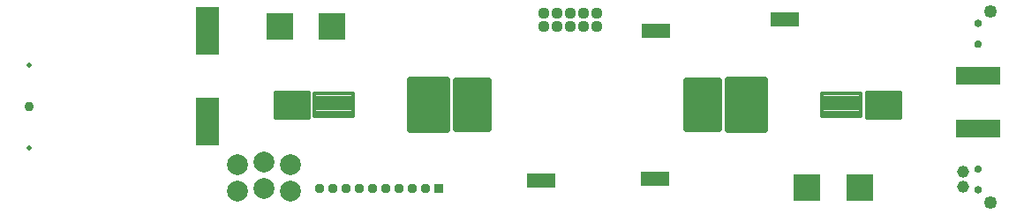
<source format=gbs>
G04 EAGLE Gerber RS-274X export*
G75*
%MOMM*%
%FSLAX34Y34*%
%LPD*%
%INBottom Solder Mask*%
%IPPOS*%
%AMOC8*
5,1,8,0,0,1.08239X$1,22.5*%
G01*
%ADD10C,0.927000*%
%ADD11C,0.477000*%
%ADD12C,2.006600*%
%ADD13R,0.939800X0.939800*%
%ADD14C,0.939800*%
%ADD15R,2.242300X4.542700*%
%ADD16R,2.527000X2.527000*%
%ADD17R,2.667000X1.397000*%
%ADD18C,0.379050*%
%ADD19C,0.484509*%
%ADD20C,0.381778*%
%ADD21C,0.536509*%
%ADD22C,1.127000*%
%ADD23R,4.191000X1.651000*%
%ADD24C,1.177000*%
%ADD25C,1.252000*%

G36*
X930824Y176604D02*
X930824Y176604D01*
X930867Y176617D01*
X930984Y176647D01*
X931675Y176933D01*
X931713Y176957D01*
X931819Y177016D01*
X932412Y177471D01*
X932442Y177504D01*
X932529Y177588D01*
X932984Y178181D01*
X933005Y178221D01*
X933067Y178325D01*
X933353Y179016D01*
X933363Y179060D01*
X933396Y179176D01*
X933494Y179917D01*
X933492Y179962D01*
X933494Y180082D01*
X933397Y180824D01*
X933383Y180867D01*
X933354Y180984D01*
X933068Y181675D01*
X933044Y181713D01*
X932985Y181819D01*
X932530Y182413D01*
X932497Y182443D01*
X932413Y182530D01*
X931819Y182985D01*
X931779Y183006D01*
X931675Y183068D01*
X930984Y183354D01*
X930941Y183363D01*
X930824Y183397D01*
X930082Y183494D01*
X930037Y183492D01*
X929917Y183494D01*
X929176Y183396D01*
X929133Y183383D01*
X929016Y183354D01*
X928325Y183067D01*
X928287Y183043D01*
X928181Y182985D01*
X927588Y182529D01*
X927558Y182496D01*
X927471Y182412D01*
X927015Y181819D01*
X926995Y181779D01*
X926933Y181675D01*
X926646Y180984D01*
X926637Y180941D01*
X926604Y180824D01*
X926506Y180083D01*
X926508Y180038D01*
X926506Y179917D01*
X926604Y179176D01*
X926617Y179133D01*
X926647Y179016D01*
X926933Y178325D01*
X926957Y178287D01*
X927016Y178181D01*
X927471Y177588D01*
X927504Y177558D01*
X927588Y177471D01*
X927856Y177265D01*
X928181Y177016D01*
X928221Y176995D01*
X928325Y176933D01*
X929016Y176647D01*
X929060Y176637D01*
X929176Y176604D01*
X929917Y176506D01*
X929962Y176508D01*
X930083Y176506D01*
X930824Y176604D01*
G37*
G36*
X930824Y156604D02*
X930824Y156604D01*
X930867Y156617D01*
X930984Y156647D01*
X931675Y156933D01*
X931713Y156957D01*
X931819Y157016D01*
X932412Y157471D01*
X932442Y157504D01*
X932529Y157588D01*
X932984Y158181D01*
X933005Y158221D01*
X933067Y158325D01*
X933353Y159016D01*
X933363Y159060D01*
X933396Y159176D01*
X933494Y159917D01*
X933492Y159962D01*
X933494Y160082D01*
X933397Y160824D01*
X933383Y160867D01*
X933354Y160984D01*
X933068Y161675D01*
X933044Y161713D01*
X932985Y161819D01*
X932530Y162413D01*
X932497Y162443D01*
X932413Y162530D01*
X931819Y162985D01*
X931779Y163006D01*
X931675Y163068D01*
X930984Y163354D01*
X930941Y163363D01*
X930824Y163397D01*
X930082Y163494D01*
X930037Y163492D01*
X929917Y163494D01*
X929176Y163396D01*
X929133Y163383D01*
X929016Y163354D01*
X928325Y163067D01*
X928287Y163043D01*
X928181Y162985D01*
X927588Y162529D01*
X927558Y162496D01*
X927471Y162412D01*
X927015Y161819D01*
X926995Y161779D01*
X926933Y161675D01*
X926646Y160984D01*
X926637Y160941D01*
X926604Y160824D01*
X926506Y160083D01*
X926508Y160038D01*
X926506Y159917D01*
X926604Y159176D01*
X926617Y159133D01*
X926647Y159016D01*
X926933Y158325D01*
X926957Y158287D01*
X927016Y158181D01*
X927471Y157588D01*
X927504Y157558D01*
X927588Y157471D01*
X927856Y157265D01*
X928181Y157016D01*
X928221Y156995D01*
X928325Y156933D01*
X929016Y156647D01*
X929060Y156637D01*
X929176Y156604D01*
X929917Y156506D01*
X929962Y156508D01*
X930083Y156506D01*
X930824Y156604D01*
G37*
G36*
X930824Y36604D02*
X930824Y36604D01*
X930867Y36617D01*
X930984Y36647D01*
X931675Y36933D01*
X931713Y36957D01*
X931819Y37016D01*
X932412Y37471D01*
X932442Y37504D01*
X932529Y37588D01*
X932984Y38181D01*
X933005Y38221D01*
X933067Y38325D01*
X933353Y39016D01*
X933363Y39060D01*
X933396Y39176D01*
X933494Y39917D01*
X933492Y39962D01*
X933494Y40082D01*
X933397Y40824D01*
X933383Y40867D01*
X933354Y40984D01*
X933068Y41675D01*
X933044Y41713D01*
X932985Y41819D01*
X932530Y42413D01*
X932497Y42443D01*
X932413Y42530D01*
X931819Y42985D01*
X931779Y43006D01*
X931675Y43068D01*
X930984Y43354D01*
X930941Y43363D01*
X930824Y43397D01*
X930082Y43494D01*
X930037Y43492D01*
X929917Y43494D01*
X929176Y43396D01*
X929133Y43383D01*
X929016Y43354D01*
X928325Y43067D01*
X928287Y43043D01*
X928181Y42985D01*
X927588Y42529D01*
X927558Y42496D01*
X927471Y42412D01*
X927015Y41819D01*
X926995Y41779D01*
X926933Y41675D01*
X926646Y40984D01*
X926637Y40941D01*
X926604Y40824D01*
X926506Y40083D01*
X926508Y40038D01*
X926506Y39917D01*
X926604Y39176D01*
X926617Y39133D01*
X926647Y39016D01*
X926933Y38325D01*
X926957Y38287D01*
X927016Y38181D01*
X927471Y37588D01*
X927504Y37558D01*
X927588Y37471D01*
X927856Y37265D01*
X928181Y37016D01*
X928221Y36995D01*
X928325Y36933D01*
X929016Y36647D01*
X929060Y36637D01*
X929176Y36604D01*
X929917Y36506D01*
X929962Y36508D01*
X930083Y36506D01*
X930824Y36604D01*
G37*
G36*
X930824Y16604D02*
X930824Y16604D01*
X930867Y16617D01*
X930984Y16647D01*
X931675Y16933D01*
X931713Y16957D01*
X931819Y17016D01*
X932412Y17471D01*
X932442Y17504D01*
X932529Y17588D01*
X932984Y18181D01*
X933005Y18221D01*
X933067Y18325D01*
X933353Y19016D01*
X933363Y19060D01*
X933396Y19176D01*
X933494Y19917D01*
X933492Y19962D01*
X933494Y20082D01*
X933397Y20824D01*
X933383Y20867D01*
X933354Y20984D01*
X933068Y21675D01*
X933044Y21713D01*
X932985Y21819D01*
X932530Y22413D01*
X932497Y22443D01*
X932413Y22530D01*
X931819Y22985D01*
X931779Y23006D01*
X931675Y23068D01*
X930984Y23354D01*
X930941Y23363D01*
X930824Y23397D01*
X930082Y23494D01*
X930037Y23492D01*
X929917Y23494D01*
X929176Y23396D01*
X929133Y23383D01*
X929016Y23354D01*
X928325Y23067D01*
X928287Y23043D01*
X928181Y22985D01*
X927588Y22529D01*
X927558Y22496D01*
X927471Y22412D01*
X927015Y21819D01*
X926995Y21779D01*
X926933Y21675D01*
X926646Y20984D01*
X926637Y20941D01*
X926604Y20824D01*
X926506Y20083D01*
X926508Y20038D01*
X926506Y19917D01*
X926604Y19176D01*
X926617Y19133D01*
X926647Y19016D01*
X926933Y18325D01*
X926957Y18287D01*
X927016Y18181D01*
X927471Y17588D01*
X927504Y17558D01*
X927588Y17471D01*
X927856Y17265D01*
X928181Y17016D01*
X928221Y16995D01*
X928325Y16933D01*
X929016Y16647D01*
X929060Y16637D01*
X929176Y16604D01*
X929917Y16506D01*
X929962Y16508D01*
X930083Y16506D01*
X930824Y16604D01*
G37*
D10*
X20000Y100000D03*
D11*
X20000Y140000D03*
X20000Y60000D03*
D12*
X270826Y44348D03*
X270826Y18948D03*
X245426Y46888D03*
X245426Y21488D03*
X220026Y44348D03*
X220026Y18948D03*
D13*
X412750Y21082D03*
D14*
X400050Y21082D03*
X387350Y21082D03*
X374650Y21082D03*
X361950Y21082D03*
X349250Y21082D03*
X336550Y21082D03*
X323850Y21082D03*
X311150Y21082D03*
X298450Y21082D03*
D15*
X191008Y85505D03*
X191008Y172559D03*
D16*
X816210Y22352D03*
X766210Y22352D03*
D17*
X510668Y28626D03*
X744524Y183908D03*
X620268Y30480D03*
X620776Y172720D03*
D18*
X817698Y112264D02*
X817698Y90784D01*
X780218Y90784D01*
X780218Y112264D01*
X817698Y112264D01*
X817698Y94385D02*
X780218Y94385D01*
X780218Y97986D02*
X817698Y97986D01*
X817698Y101587D02*
X780218Y101587D01*
X780218Y105188D02*
X817698Y105188D01*
X817698Y108789D02*
X780218Y108789D01*
X293218Y112264D02*
X293218Y90784D01*
X293218Y112264D02*
X330698Y112264D01*
X330698Y90784D01*
X293218Y90784D01*
X293218Y94385D02*
X330698Y94385D01*
X330698Y97986D02*
X293218Y97986D01*
X293218Y101587D02*
X330698Y101587D01*
X330698Y105188D02*
X293218Y105188D01*
X293218Y108789D02*
X330698Y108789D01*
D19*
X649745Y77811D02*
X682171Y77811D01*
X649745Y77811D02*
X649745Y125237D01*
X682171Y125237D01*
X682171Y77811D01*
X682171Y82414D02*
X649745Y82414D01*
X649745Y87017D02*
X682171Y87017D01*
X682171Y91620D02*
X649745Y91620D01*
X649745Y96223D02*
X682171Y96223D01*
X682171Y100826D02*
X649745Y100826D01*
X649745Y105429D02*
X682171Y105429D01*
X682171Y110032D02*
X649745Y110032D01*
X649745Y114635D02*
X682171Y114635D01*
X682171Y119238D02*
X649745Y119238D01*
X649745Y123841D02*
X682171Y123841D01*
X461171Y125237D02*
X428745Y125237D01*
X461171Y125237D02*
X461171Y77811D01*
X428745Y77811D01*
X428745Y125237D01*
X428745Y82414D02*
X461171Y82414D01*
X461171Y87017D02*
X428745Y87017D01*
X428745Y91620D02*
X461171Y91620D01*
X461171Y96223D02*
X428745Y96223D01*
X428745Y100826D02*
X461171Y100826D01*
X461171Y105429D02*
X428745Y105429D01*
X428745Y110032D02*
X461171Y110032D01*
X461171Y114635D02*
X428745Y114635D01*
X428745Y119238D02*
X461171Y119238D01*
X461171Y123841D02*
X428745Y123841D01*
D20*
X854684Y113250D02*
X854684Y89798D01*
X823232Y89798D01*
X823232Y113250D01*
X854684Y113250D01*
X854684Y93425D02*
X823232Y93425D01*
X823232Y97052D02*
X854684Y97052D01*
X854684Y100679D02*
X823232Y100679D01*
X823232Y104306D02*
X854684Y104306D01*
X854684Y107933D02*
X823232Y107933D01*
X823232Y111560D02*
X854684Y111560D01*
D21*
X725911Y77071D02*
X690005Y77071D01*
X690005Y125977D01*
X725911Y125977D01*
X725911Y77071D01*
X725911Y82168D02*
X690005Y82168D01*
X690005Y87265D02*
X725911Y87265D01*
X725911Y92362D02*
X690005Y92362D01*
X690005Y97459D02*
X725911Y97459D01*
X725911Y102556D02*
X690005Y102556D01*
X690005Y107653D02*
X725911Y107653D01*
X725911Y112750D02*
X690005Y112750D01*
X690005Y117847D02*
X725911Y117847D01*
X725911Y122944D02*
X690005Y122944D01*
X420911Y125977D02*
X385005Y125977D01*
X420911Y125977D02*
X420911Y77071D01*
X385005Y77071D01*
X385005Y125977D01*
X385005Y82168D02*
X420911Y82168D01*
X420911Y87265D02*
X385005Y87265D01*
X385005Y92362D02*
X420911Y92362D01*
X420911Y97459D02*
X385005Y97459D01*
X385005Y102556D02*
X420911Y102556D01*
X420911Y107653D02*
X385005Y107653D01*
X385005Y112750D02*
X420911Y112750D01*
X420911Y117847D02*
X385005Y117847D01*
X385005Y122944D02*
X420911Y122944D01*
D20*
X256232Y113250D02*
X256232Y89798D01*
X256232Y113250D02*
X287684Y113250D01*
X287684Y89798D01*
X256232Y89798D01*
X256232Y93425D02*
X287684Y93425D01*
X287684Y97052D02*
X256232Y97052D01*
X256232Y100679D02*
X287684Y100679D01*
X287684Y104306D02*
X256232Y104306D01*
X256232Y107933D02*
X287684Y107933D01*
X287684Y111560D02*
X256232Y111560D01*
D22*
X526414Y177196D03*
X539114Y177196D03*
X551814Y177196D03*
X564514Y177196D03*
X513714Y177196D03*
X526414Y189896D03*
X539114Y189896D03*
X551814Y189896D03*
X564514Y189896D03*
X513714Y189896D03*
D23*
X930000Y78984D03*
X930000Y129784D03*
D24*
X915488Y37500D03*
X915488Y22500D03*
D16*
X310000Y177000D03*
X260000Y177000D03*
D25*
X941594Y191548D03*
X941594Y7842D03*
M02*

</source>
